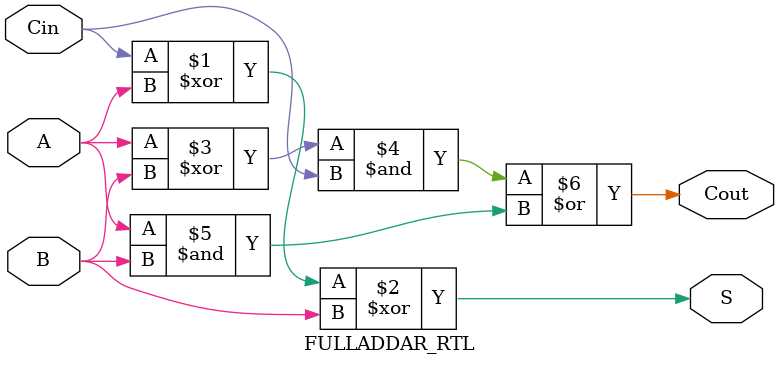
<source format=v>
module FULLADDAR_RTL (A,B,Cin,S,Cout);

input A,B,Cin; 
output S,Cout;

assign S=Cin ^ A ^ B ;
assign Cout=(((A^B)&Cin)|(A&B));

endmodule 

/*module FULLADDAR_RTL (A,B,Cin,S,Cout);

input wire A,B,Cin; 
output reg S,Cout;

always @(A or B or Cin) 
 begin 
 S <= Cin ^ A ^ B ;
 Cout<=(((A^B)&Cin)|(A&B));
 end 
endmodule */ 

/*module HALFADDAR_RTL(A,B,C,S);
				 
   input A,B;
   output S,C; 

   assign S=A ^ B;
   assign C=A & B;

endmodule

module FULLADDAR_RTL (A,B,Cin,S,Cout);


    input A;
    input B;
     input Cin;
    output S;
     output Cout;
     wire w1,w2,w3;
     

    HALFADDAR_RTL  HA1	(
        .A(A),
        .B(B),
        .S(w1),
        .C(w2)
    );
    
    HALFADDAR_RTL  HA2(
        .A(w1),
        .B(Cin),
        .S(S),
        .C(w3)
    );
	 or OR1(Cout,w3,w2); 
	 
	 

endmodule*/



</source>
